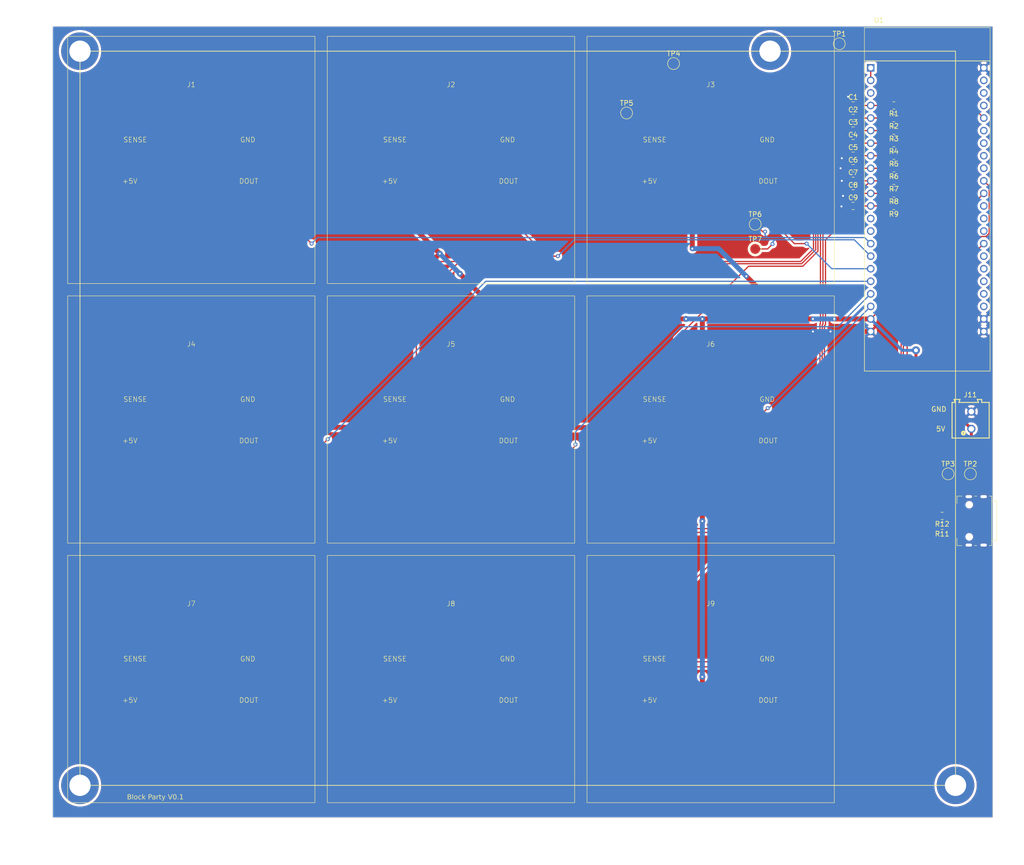
<source format=kicad_pcb>
(kicad_pcb (version 20240108) (generator "pcbnew") (generator_version "8.0")
  (layers (0 "F.Cu" signal) (31 "B.Cu" signal) (34 "B.Paste" user) (35 "F.Paste" user) (36 "B.SilkS" user "B.Silkscreen") (37 "F.SilkS" user "F.Silkscreen") (38 "B.Mask" user) (39 "F.Mask" user) (44 "Edge.Cuts" user))
  (net 0 "")
  (net 1 "GND")
  (net 2 "SENSE1")
  (net 3 "DO1")
  (net 4 "+5V")
  (net 5 "SENSE2")
  (net 6 "DO2")
  (net 7 "SENSE3")
  (net 8 "DO3")
  (net 9 "SENSE4")
  (net 10 "DO4")
  (net 11 "SENSE5")
  (net 12 "DO5")
  (net 13 "SENSE6")
  (net 14 "DO6")
  (net 15 "SENSE7")
  (net 16 "DO7")
  (net 17 "SENSE8")
  (net 18 "DO8")
  (net 19 "SENSE9")
  (net 20 "DO9")
  (net 21 "+3V3")
  (net 28 "Net-(U1-GPIO2)")
  (net 41 "Net-(J10-CC1)")
  (net 42 "Net-(J10-CC2)")
  (footprint "Resistor_SMD:R_0805_2012Metric" (layer "F.Cu") (at 284.0755 67.798 180)
    (property "Reference" "R3")
    (property "Value" "10k")
  )
  (footprint "Resistor_SMD:R_0805_2012Metric" (layer "F.Cu") (at 284.0755 77.958 180)
    (property "Reference" "R7")
    (property "Value" "10k")
  )
  (footprint "Capacitor_SMD:C_0805_2012Metric" (layer "F.Cu") (at 275.844 70.336)
    (property "Reference" "C4")
    (property "Value" "3.3uF")
  )
  (footprint "Quinn_lib:Top Block Connector" (layer "F.Cu") (at 142.046 73.736)
    (property "Reference" "J1")
    (property "Value" "~")
  )
  (footprint "MountingHole:MountingHole_4.3mm_M4_ISO7380_Pad" (layer "F.Cu") (at 119.546 200.236)
    (property "Reference" "REF**" (hide yes))
    (property "Value" "MountingHole_4.3mm_M4_ISO7380_Pad" (hide yes))
  )
  (footprint "ESP32-S3-DEVKITC-1-N8R2:XCVR_ESP32-S3-DEVKITC-1-N8R2" (layer "F.Cu") (at 290.83 85.07)
    (property "Reference" "U1")
    (property "Value" "ESP32-S3-DEVKITC-1-N8R2")
  )
  (footprint "Resistor_SMD:R_0805_2012Metric" (layer "F.Cu") (at 284.0755 65.258 180)
    (property "Reference" "R2")
    (property "Value" "10k")
  )
  (footprint "TestPoint:TestPoint_Pad_D2.0mm" (layer "F.Cu") (at 299.546 137.236)
    (property "Reference" "TP2")
    (property "Value" "TestPoint")
  )
  (footprint "Quinn_lib:Top Block Connector" (layer "F.Cu") (at 247.046 73.736)
    (property "Reference" "J3")
    (property "Value" "~")
  )
  (footprint "Resistor_SMD:R_0805_2012Metric" (layer "F.Cu") (at 284.0755 80.498 180)
    (property "Reference" "R8")
    (property "Value" "10k")
  )
  (footprint "Resistor_SMD:R_0805_2012Metric" (layer "F.Cu") (at 284.0755 70.338 180)
    (property "Reference" "R4")
    (property "Value" "10k")
  )
  (footprint "TestPoint:TestPoint_Pad_D2.0mm" (layer "F.Cu") (at 256.046 91.736)
    (property "Reference" "TP7")
    (property "Value" "TestPoint" (hide yes))
  )
  (footprint "Capacitor_SMD:C_0805_2012Metric" (layer "F.Cu") (at 275.844 83.036)
    (property "Reference" "C9")
    (property "Value" "3.3uF")
  )
  (footprint "Quinn_lib:Top Block Connector" (layer "F.Cu") (at 194.546 178.736)
    (property "Reference" "J8")
    (property "Value" "~")
  )
  (footprint "MountingHole:MountingHole_4.3mm_M4_ISO7380_Pad" (layer "F.Cu") (at 259.046 51.736)
    (property "Reference" "REF**" (hide yes))
    (property "Value" "MountingHole_4.3mm_M4_ISO7380_Pad" (hide yes))
  )
  (footprint "TestPoint:TestPoint_Pad_D2.0mm" (layer "F.Cu") (at 273.046 50.236)
    (property "Reference" "TP1")
    (property "Value" "TestPoint" (hide yes))
  )
  (footprint "TestPoint:TestPoint_Pad_D2.0mm" (layer "F.Cu") (at 295.046 137.236)
    (property "Reference" "TP3")
    (property "Value" "TestPoint")
  )
  (footprint "Resistor_SMD:R_0805_2012Metric" (layer "F.Cu") (at 293.846 145.736 180)
    (property "Reference" "R12")
    (property "Value" "5.1k")
  )
  (footprint "Resistor_SMD:R_0805_2012Metric" (layer "F.Cu") (at 284.0755 72.878 180)
    (property "Reference" "R5")
    (property "Value" "10k")
  )
  (footprint "Quinn_lib:Top Block Connector" (layer "F.Cu") (at 247.046 178.736)
    (property "Reference" "J9")
    (property "Value" "~")
  )
  (footprint "Capacitor_SMD:C_0805_2012Metric" (layer "F.Cu") (at 275.844 62.718)
    (property "Reference" "C1")
    (property "Value" "3.3uF")
  )
  (footprint "TestPoint:TestPoint_Pad_D2.0mm" (layer "F.Cu") (at 256.046 86.736)
    (property "Reference" "TP6")
    (property "Value" "TestPoint" (hide yes))
  )
  (footprint "Resistor_SMD:R_0805_2012Metric" (layer "F.Cu") (at 284.0755 62.718 180)
    (property "Reference" "R1")
    (property "Value" "10k")
  )
  (footprint "Resistor_SMD:R_0805_2012Metric" (layer "F.Cu") (at 293.846 147.736 180)
    (property "Reference" "R11")
    (property "Value" "5.1k")
  )
  (footprint "Capacitor_SMD:C_0805_2012Metric" (layer "F.Cu") (at 275.844 72.876)
    (property "Reference" "C5")
    (property "Value" "3.3uF")
  )
  (footprint "TestPoint:TestPoint_Pad_D2.0mm" (layer "F.Cu") (at 230.046 64.236)
    (property "Reference" "TP5")
    (property "Value" "TestPoint" (hide yes))
  )
  (footprint "Quinn_lib:Top Block Connector" (layer "F.Cu") (at 247.046 126.236)
    (property "Reference" "J6")
    (property "Value" "~")
  )
  (footprint "TestPoint:TestPoint_Pad_D2.0mm" (layer "F.Cu") (at 239.546 54.236)
    (property "Reference" "TP4")
    (property "Value" "TestPoint" (hide yes))
  )
  (footprint "Quinn_lib:Top Block Connector" (layer "F.Cu") (at 142.046 178.736)
    (property "Reference" "J7")
    (property "Value" "~")
  )
  (footprint "Quinn_lib:USB_C-0015IPX6-00" (layer "F.Cu") (at 299.846 146.736 90)
    (property "Reference" "J10" (hide yes))
    (property "Value" "USBC-0015IPX6-00" (hide yes))
  )
  (footprint "Capacitor_SMD:C_0805_2012Metric" (layer "F.Cu") (at 275.844 77.956)
    (property "Reference" "C7")
    (property "Value" "3.3uF")
  )
  (footprint "Quinn_lib:Top Block Connector" (layer "F.Cu") (at 142.046 126.236)
    (property "Reference" "J4")
    (property "Value" "~")
  )
  (footprint "Resistor_SMD:R_0805_2012Metric" (layer "F.Cu") (at 284.0755 75.418 180)
    (property "Reference" "R6")
    (property "Value" "10k")
  )
  (footprint "Capacitor_SMD:C_0805_2012Metric" (layer "F.Cu") (at 275.844 75.416)
    (property "Reference" "C6")
    (property "Value" "3.3uF")
  )
  (footprint "Capacitor_SMD:C_0805_2012Metric" (layer "F.Cu") (at 275.844 67.798)
    (property "Reference" "C3")
    (property "Value" "3.3uF")
  )
  (footprint "Quinn_lib:Top Block Connector" (layer "F.Cu") (at 194.546 73.736)
    (property "Reference" "J2")
    (property "Value" "~")
  )
  (footprint "MountingHole:MountingHole_4.3mm_M4_ISO7380_Pad" (layer "F.Cu") (at 119.546 51.736)
    (property "Reference" "REF**" (hide yes))
    (property "Value" "MountingHole_4.3mm_M4_ISO7380_Pad" (hide yes))
  )
  (footprint "Resistor_SMD:R_0805_2012Metric" (layer "F.Cu") (at 284.0755 83.038 180)
    (property "Reference" "R9")
    (property "Value" "10k")
  )
  (footprint "Capacitor_SMD:C_0805_2012Metric" (layer "F.Cu") (at 275.844 80.496)
    (property "Reference" "C8")
    (property "Value" "3.3uF")
  )
  (footprint "Capacitor_SMD:C_0805_2012Metric" (layer "F.Cu") (at 275.844 65.256)
    (property "Reference" "C2")
    (property "Value" "3.3uF")
  )
  (footprint "MountingHole:MountingHole_4.3mm_M4_ISO7380_Pad" (layer "F.Cu") (at 296.546 200.236)
    (property "Reference" "REF**" (hide yes))
    (property "Value" "MountingHole_4.3mm_M4_ISO7380_Pad" (hide yes))
  )
  (footprint "2p 3:691214110002S" (layer "F.Cu") (at 299.746 126.386 90)
    (property "Reference" "J11")
    (property "Value" "691214110002S")
  )
  (footprint "Quinn_lib:Top Block Connector" (layer "F.Cu") (at 194.546 126.236)
    (property "Reference" "J5")
    (property "Value" "~")
  )
  (gr_rect (start 119.546 51.736) (end 296.546 200.236) (stroke (width 0.15)) (fill none) (layer "F.SilkS"))
  (gr_rect (start 114.046 46.736) (end 304.046 206.736) (stroke (width 0.1)) (fill none) (layer "Edge.Cuts"))
  (gr_text "GND" (at 291.546 124.736 0) (layer "F.SilkS") (effects (font (size 1 1)) (justify left bottom)))
  (gr_text "5V" (at 292.546 128.736 0) (layer "F.SilkS") (effects (font (size 1 1)) (justify left bottom)))
  (gr_text "Block Party V0.1" (at 129.046 203.236 0) (layer "F.SilkS") (effects (font (size 1 1)) (justify left bottom)))
  (segment (start 274.322 80.496) (end 273.812 81.006) (width 1) (layer "F.Cu") (net 1))
  (segment (start 274.894 80.496) (end 274.322 80.496) (width 1) (layer "F.Cu") (net 1))
  (segment (start 271.274002 108.44) (end 271.272 108.437998) (width 1) (layer "F.Cu") (net 1))
  (segment (start 274.894 62.718) (end 274.894 65.256) (width 1) (layer "F.Cu") (net 1))
  (segment (start 273.558 73.386) (end 274.384 73.386) (width 1) (layer "F.Cu") (net 1))
  (segment (start 279.4 108.44) (end 271.274002 108.44) (width 1) (layer "F.Cu") (net 1))
  (segment (start 274.384 73.386) (end 274.894 72.876) (width 1) (layer "F.Cu") (net 1))
  (via (at 273.558 73.386) (size 0.8) (drill 0.4) (layers "F.Cu" "B.Cu") (net 1))
  (via (at 273.488651 83.132625) (size 0.8) (drill 0.4) (layers "F.Cu" "B.Cu") (net 1))
  (via (at 274.828 60.94) (size 0.8) (drill 0.4) (layers "F.Cu" "B.Cu") (net 1))
  (via (at 273.304 75.418) (size 0.8) (drill 0.4) (layers "F.Cu" "B.Cu") (net 1))
  (via (at 273.812 81.006) (size 0.8) (drill 0.4) (layers "F.Cu" "B.Cu") (net 1))
  (via (at 273.558 77.958) (size 0.8) (drill 0.4) (layers "F.Cu" "B.Cu") (net 1))
  (via (at 267.716 108.438) (size 1.2) (drill 0.4) (layers "F.Cu" "B.Cu") (net 1))
  (via (at 271.272 108.437998) (size 1.2) (drill 0.4) (layers "F.Cu" "B.Cu") (net 1))
  (segment (start 267.716002 108.437998) (end 267.716 108.438) (width 1) (layer "B.Cu") (net 1))
  (segment (start 271.272 108.437998) (end 267.716002 108.437998) (width 1) (layer "B.Cu") (net 1))
  (segment (start 283.161 62.72) (end 283.163 62.718) (width 0.25) (layer "F.Cu") (net 2))
  (segment (start 276.86 60.18) (end 273.416 56.736) (width 0.25) (layer "F.Cu") (net 2))
  (segment (start 279.4 62.72) (end 283.161 62.72) (width 0.25) (layer "F.Cu") (net 2))
  (segment (start 273.416 56.736) (end 247.046 56.736) (width 0.25) (layer "F.Cu") (net 2))
  (segment (start 247.046 56.736) (end 145.063 56.736) (width 0.25) (layer "F.Cu") (net 2))
  (segment (start 145.063 56.736) (end 135.063 66.736) (width 0.25) (layer "F.Cu") (net 2))
  (segment (start 242.046 56.736) (end 247.046 56.736) (width 0.25) (layer "F.Cu") (net 2))
  (segment (start 277.114 62.72) (end 276.86 62.466) (width 0.25) (layer "F.Cu") (net 2))
  (segment (start 135.063 66.736) (end 135.046 66.736) (width 0.25) (layer "F.Cu") (net 2))
  (segment (start 279.4 62.72) (end 277.114 62.72) (width 0.25) (layer "F.Cu") (net 2))
  (segment (start 239.546 54.236) (end 242.046 56.736) (width 0.25) (layer "F.Cu") (net 2))
  (segment (start 276.86 62.466) (end 276.86 60.18) (width 0.25) (layer "F.Cu") (net 2))
  (segment (start 153.716 85.406) (end 149.046 80.736) (width 0.25) (layer "F.Cu") (net 3))
  (segment (start 166.37 90.658) (end 161.118 85.406) (width 0.25) (layer "F.Cu") (net 3))
  (segment (start 161.118 85.406) (end 153.716 85.406) (width 0.25) (layer "F.Cu") (net 3))
  (segment (start 256.046 86.736) (end 257.546 88.236) (width 0.25) (layer "F.Cu") (net 3))
  (segment (start 257.546 88.236) (end 258.046 88.236) (width 0.25) (layer "F.Cu") (net 3))
  (via (at 258.046 88.236) (size 0.8) (drill 0.4) (layers "F.Cu" "B.Cu") (net 3))
  (via (at 166.37 90.658) (size 0.8) (drill 0.4) (layers "F.Cu" "B.Cu") (net 3))
  (segment (start 167.595 89.433) (end 166.37 90.658) (width 0.25) (layer "B.Cu") (net 3))
  (segment (start 279.4 90.66) (end 278.173 89.433) (width 0.25) (layer "B.Cu") (net 3))
  (segment (start 258.046 88.933) (end 258.546 89.433) (width 0.25) (layer "B.Cu") (net 3))
  (segment (start 258.546 89.433) (end 167.595 89.433) (width 0.25) (layer "B.Cu") (net 3))
  (segment (start 258.046 88.236) (end 258.046 88.933) (width 0.25) (layer "B.Cu") (net 3))
  (segment (start 278.173 89.433) (end 258.546 89.433) (width 0.25) (layer "B.Cu") (net 3))
  (segment (start 245.364 127.918) (end 245.364 105.898) (width 1) (layer "F.Cu") (net 4))
  (segment (start 192.607347 127.817347) (end 140.464653 127.817347) (width 1) (layer "F.Cu") (net 4))
  (segment (start 245.364015 178.288015) (end 245.364015 180.417985) (width 1) (layer "F.Cu") (net 4))
  (segment (start 191.516 93.452) (end 138.422 93.452) (width 1) (layer "F.Cu") (net 4))
  (segment (start 138.578 198.608) (end 135.046 195.076) (width 1) (layer "F.Cu") (net 4))
  (segment (start 245.364015 180.417985) (end 245.159 180.623) (width 1) (layer "F.Cu") (net 4))
  (segment (start 298.746 137.236) (end 299.546 137.236) (width 0.6) (layer "F.Cu") (net 4))
  (segment (start 267.716 105.898) (end 262.89 105.898) (width 1) (layer "F.Cu") (net 4))
  (segment (start 299.046 145.936) (end 298.337 145.227) (width 0.4) (layer "F.Cu") (net 4))
  (segment (start 288.546 116.936) (end 288.546 112.236) (width 0.6) (layer "F.Cu") (net 4))
  (segment (start 235.376 190.406) (end 245.158999 180.623001) (width 1) (layer "F.Cu") (net 4))
  (segment (start 284.988 77.958) (end 284.988 75.418) (width 0.25) (layer "F.Cu") (net 4))
  (segment (start 245.158999 180.623001) (end 227.428 198.354) (width 1) (layer "F.Cu") (net 4))
  (segment (start 299.546 137.236) (end 299.546 136.736) (width 0.25) (layer "F.Cu") (net 4))
  (segment (start 243.332 91.674) (end 243.332 84.022) (width 1) (layer "F.Cu") (net 4))
  (segment (start 297.468 145.227) (end 296.882 145.227) (width 0.6) (layer "F.Cu") (net 4))
  (segment (start 297.468 145.227) (end 297.893 145.227) (width 0.25) (layer "F.Cu") (net 4))
  (segment (start 243.332 84.022) (end 240.046 80.736) (width 1) (layer "F.Cu") (net 4))
  (segment (start 279.4 105.9) (end 272.036 105.9) (width 1) (layer "F.Cu") (net 4))
  (segment (start 227.428 198.354) (end 190.824 198.354) (width 1) (layer "F.Cu") (net 4))
  (segment (start 187.546 185.736) (end 174.674 198.608) (width 1) (layer "F.Cu") (net 4))
  (segment (start 135.046 195.076) (end 135.046 185.736) (width 1) (layer "F.Cu") (net 4))
  (segment (start 296.882 145.227) (end 294.846 143.191) (width 0.6) (layer "F.Cu") (net 4))
  (segment (start 245.364 127.918) (end 245.364 146.792) (width 1) (layer "F.Cu") (net 4))
  (segment (start 205.486 105.898) (end 196.342 96.754) (width 1) (layer "F.Cu") (net 4))
  (segment (start 262.89 105.898) (end 254.254 97.262) (width 1) (layer "F.Cu") (net 4))
  (segment (start 294.846 141.136) (end 298.746 137.236) (width 0.6) (layer "F.Cu") (net 4))
  (segment (start 262.89 105.898) (end 245.364 105.898) (width 1) (layer "F.Cu") (net 4))
  (segment (start 284.988 67.798) (end 284.988 70.338) (width 0.25) (layer "F.Cu") (net 4))
  (segment (start 245.152 127.862) (end 192.92 127.862) (width 1) (layer "F.Cu") (net 4))
  (segment (start 174.674 198.608) (end 138.578 198.608) (width 1) (layer "F.Cu") (net 4))
  (segment (start 284.988 65.258) (end 284.988 67.798) (width 0.25) (layer "F.Cu") (net 4))
  (segment (start 284.988 72.878) (end 284.988 70.338) (width 0.25) (layer "F.Cu") (net 4))
  (segment (start 135.046 90.076) (end 135.046 80.736) (width 1) (layer "F.Cu") (net 4))
  (segment (start 299.546 136.736) (end 299.746 136.536) (width 0.25) (layer "F.Cu") (net 4))
  (segment (start 284.988 62.718) (end 284.988 65.258) (width 0.25) (layer "F.Cu") (net 4))
  (segment (start 190.824 198.354) (end 187.546 195.076) (width 1) (layer "F.Cu") (net 4))
  (segment (start 245.325 127.957) (end 245.364 127.918) (width 0.25) (layer "F.Cu") (net 4))
  (segment (start 192.786 127.996) (end 187.546 133.236) (width 1) (layer "F.Cu") (net 4))
  (segment (start 284.988 80.498) (end 284.988 77.958) (width 0.25) (layer "F.Cu") (net 4))
  (segment (start 297.468 148.227) (end 298.355 148.227) (width 0.4) (layer "F.Cu") (net 4))
  (segment (start 298.355 148.227) (end 299.046 147.536) (width 0.4) (layer "F.Cu") (net 4))
  (segment (start 192.278 92.69) (end 191.516 93.452) (width 1) (layer "F.Cu") (net 4))
  (segment (start 299.046 147.536) (end 299.046 145.936) (width 0.4) (layer "F.Cu") (net 4))
  (segment (start 245.159 180.623) (end 245.158999 180.623001) (width 0.25) (layer "F.Cu") (net 4))
  (segment (start 245.325 127.957) (end 245.286 127.996) (width 0.25) (layer "F.Cu") (net 4))
  (segment (start 284.988 83.038) (end 284.988 80.498) (width 0.25) (layer "F.Cu") (net 4))
  (segment (start 245.286 127.996) (end 245.152 127.862) (width 1) (layer "F.Cu") (net 4))
  (segment (start 240.046 133.236) (end 245.325 127.957) (width 1) (layer "F.Cu") (net 4))
  (segment (start 242.062 105.898) (end 205.486 105.898) (width 1) (layer "F.Cu") (net 4))
  (segment (start 284.988 100.312) (end 279.4 105.9) (width 0.25) (layer "F.Cu") (net 4))
  (segment (start 192.92 127.862) (end 192.786 127.996) (width 1) (layer "F.Cu") (net 4))
  (segment (start 297.893 148.227) (end 297.468 148.227) (width 0.25) (layer "F.Cu") (net 4))
  (segment (start 187.546 195.076) (end 187.546 185.736) (width 1) (layer "F.Cu") (net 4))
  (segment (start 272.036 105.9) (end 272.034 105.898) (width 0.25) (layer "F.Cu") (net 4))
  (segment (start 192.278 92.69) (end 187.546 87.958) (width 1) (layer "F.Cu") (net 4))
  (segment (start 284.988 75.418) (end 284.988 72.878) (width 0.25) (layer "F.Cu") (net 4))
  (segment (start 284.988 83.038) (end 284.988 100.312) (width 0.25) (layer "F.Cu") (net 4))
  (segment (start 299.746 136.536) (end 299.746 128.136) (width 0.6) (layer "F.Cu") (net 4))
  (segment (start 192.786 127.996) (end 192.607347 127.817347) (width 1) (layer "F.Cu") (net 4))
  (segment (start 294.846 143.191) (end 294.846 141.136) (width 0.6) (layer "F.Cu") (net 4))
  (segment (start 299.746 128.136) (end 288.546 116.936) (width 0.6) (layer "F.Cu") (net 4))
  (segment (start 187.546 87.958) (end 187.546 80.736) (width 1) (layer "F.Cu") (net 4))
  (segment (start 140.464653 127.817347) (end 135.046 133.236) (width 1) (layer "F.Cu") (net 4))
  (segment (start 298.337 145.227) (end 297.468 145.227) (width 0.4) (layer "F.Cu") (net 4))
  (segment (start 138.422 93.452) (end 135.046 90.076) (width 1) (layer "F.Cu") (net 4))
  (via (at 267.716 105.898) (size 0.8) (drill 0.4) (layers "F.Cu" "B.Cu") (net 4))
  (via (at 245.364 146.792) (size 1.2) (drill 0.4) (layers "F.Cu" "B.Cu") (net 4))
  (via (at 242.062 105.898) (size 1.2) (drill 0.4) (layers "F.Cu" "B.Cu") (net 4))
  (via (at 245.364015 178.288015) (size 1.2) (drill 0.4) (layers "F.Cu" "B.Cu") (net 4))
  (via (at 272.034 105.898) (size 0.8) (drill 0.4) (layers "F.Cu" "B.Cu") (net 4))
  (via (at 243.332 91.674) (size 0.8) (drill 0.4) (layers "F.Cu" "B.Cu") (net 4))
  (via (at 254.254 97.262) (size 0.8) (drill 0.4) (layers "F.Cu" "B.Cu") (net 4))
  (via (at 288.546 112.236) (size 1.6) (drill 0.8) (layers "F.Cu" "B.Cu") (net 4))
  (via (at 192.278 92.69) (size 1.2) (drill 0.4) (layers "F.Cu" "B.Cu") (net 4))
  (via (at 196.342 96.754) (size 1.2) (drill 0.4) (layers "F.Cu" "B.Cu") (net 4))
  (via (at 245.364 105.898) (size 1.2) (drill 0.4) (layers "F.Cu" "B.Cu") (net 4))
  (segment (start 288.546 112.236) (end 285.736 112.236) (width 0.6) (layer "B.Cu") (net 4))
  (segment (start 285.736 112.236) (end 279.4 105.9) (width 0.6) (layer "B.Cu") (net 4))
  (segment (start 196.342 96.754) (end 192.278 92.69) (width 1) (layer "B.Cu") (net 4))
  (segment (start 245.364 146.792) (end 245.364 178.288) (width 1) (layer "B.Cu") (net 4))
  (segment (start 245.364 105.898) (end 242.062 105.898) (width 1) (layer "B.Cu") (net 4))
  (segment (start 248.666 91.674) (end 243.332 91.674) (width 1) (layer "B.Cu") (net 4))
  (segment (start 245.364 178.288) (end 245.364015 178.288015) (width 0.25) (layer "B.Cu") (net 4))
  (segment (start 254.254 97.262) (end 248.666 91.674) (width 1) (layer "B.Cu") (net 4))
  (segment (start 272.034 105.898) (end 267.716 105.898) (width 1) (layer "B.Cu") (net 4))
  (segment (start 243.122 57.736) (end 242.122 58.736) (width 0.25) (layer "F.Cu") (net 5))
  (segment (start 187.546 60.736) (end 187.546 66.736) (width 0.25) (layer "F.Cu") (net 5))
  (segment (start 279.4 65.26) (end 277.116 65.26) (width 0.25) (layer "F.Cu") (net 5))
  (segment (start 242.046 58.736) (end 236.546 64.236) (width 0.25) (layer "F.Cu") (net 5))
  (segment (start 242.122 58.736) (end 189.546 58.736) (width 0.25) (layer "F.Cu") (net 5))
  (segment (start 273.402 57.736) (end 243.122 57.736) (width 0.25) (layer "F.Cu") (net 5))
  (segment (start 275.781753 63.925753) (end 275.781753 60.115753) (width 0.25) (layer "F.Cu") (net 5))
  (segment (start 189.546 58.736) (end 187.546 60.736) (width 0.25) (layer "F.Cu") (net 5))
  (segment (start 275.781753 60.115753) (end 273.402 57.736) (width 0.25) (layer "F.Cu") (net 5))
  (segment (start 242.122 58.736) (end 242.046 58.736) (width 0.25) (layer "F.Cu") (net 5))
  (segment (start 283.161 65.26) (end 283.163 65.258) (width 0.25) (layer "F.Cu") (net 5))
  (segment (start 279.4 65.26) (end 283.161 65.26) (width 0.25) (layer "F.Cu") (net 5))
  (segment (start 277.116 65.26) (end 275.781753 63.925753) (width 0.25) (layer "F.Cu") (net 5))
  (segment (start 230.046 64.236) (end 236.546 64.236) (width 0.25) (layer "F.Cu") (net 5))
  (segment (start 214.008 93.198) (end 201.546 80.736) (width 0.25) (layer "F.Cu") (net 6))
  (segment (start 258.546 91.736) (end 259.546 90.736) (width 0.25) (layer "F.Cu") (net 6))
  (segment (start 216.154 93.198) (end 214.008 93.198) (width 0.25) (layer "F.Cu") (net 6))
  (segment (start 256.046 91.736) (end 258.546 91.736) (width 0.25) (layer "F.Cu") (net 6))
  (via (at 216.154 93.198) (size 0.8) (drill 0.4) (layers "F.Cu" "B.Cu") (net 6))
  (via (at 259.546 90.736) (size 0.8) (drill 0.4) (layers "F.Cu" "B.Cu") (net 6))
  (segment (start 259.546 90.383) (end 260.046 89.883) (width 0.25) (layer "B.Cu") (net 6))
  (segment (start 219.469 89.883) (end 216.154 93.198) (width 0.25) (layer "B.Cu") (net 6))
  (segment (start 260.046 89.883) (end 219.469 89.883) (width 0.25) (layer "B.Cu") (net 6))
  (segment (start 276.083 89.883) (end 260.046 89.883) (width 0.25) (layer "B.Cu") (net 6))
  (segment (start 259.546 90.736) (end 259.546 90.383) (width 0.25) (layer "B.Cu") (net 6))
  (segment (start 279.4 93.2) (end 276.083 89.883) (width 0.25) (layer "B.Cu") (net 6))
  (segment (start 240.046 66.736) (end 240.063 66.736) (width 0.25) (layer "F.Cu") (net 7))
  (segment (start 240.063 66.736) (end 248.063 58.736) (width 0.25) (layer "F.Cu") (net 7))
  (segment (start 283.161 67.8) (end 283.163 67.798) (width 0.25) (layer "F.Cu") (net 7))
  (segment (start 273.386 58.736) (end 273.558 58.908) (width 0.25) (layer "F.Cu") (net 7))
  (segment (start 279.4 67.8) (end 283.161 67.8) (width 0.25) (layer "F.Cu") (net 7))
  (segment (start 276.861 67.8) (end 279.4 67.8) (width 0.25) (layer "F.Cu") (net 7))
  (segment (start 273.558 65.766) (end 274.326945 66.534945) (width 0.25) (layer "F.Cu") (net 7))
  (segment (start 275.595945 66.534945) (end 276.861 67.8) (width 0.25) (layer "F.Cu") (net 7))
  (segment (start 274.326945 66.534945) (end 275.595945 66.534945) (width 0.25) (layer "F.Cu") (net 7))
  (segment (start 273.558 58.908) (end 273.558 65.766) (width 0.25) (layer "F.Cu") (net 7))
  (segment (start 248.063 58.736) (end 273.386 58.736) (width 0.25) (layer "F.Cu") (net 7))
  (segment (start 263.968 90.658) (end 254.046 80.736) (width 0.25) (layer "F.Cu") (net 8))
  (segment (start 266.446 90.658) (end 263.968 90.658) (width 0.25) (layer "F.Cu") (net 8))
  (via (at 266.446 90.658) (size 0.8) (drill 0.4) (layers "F.Cu" "B.Cu") (net 8))
  (segment (start 271.528 95.74) (end 266.446 90.658) (width 0.25) (layer "B.Cu") (net 8))
  (segment (start 279.4 95.74) (end 271.528 95.74) (width 0.25) (layer "B.Cu") (net 8))
  (segment (start 135.046 109.896) (end 135.046 119.236) (width 0.25) (layer "F.Cu") (net 9))
  (segment (start 283.161 70.34) (end 283.163 70.338) (width 0.25) (layer "F.Cu") (net 9))
  (segment (start 274.13 71.608) (end 267.832 77.906) (width 0.25) (layer "F.Cu") (net 9))
  (segment (start 265.238604 94.277) (end 150.665 94.277) (width 0.25) (layer "F.Cu") (net 9))
  (segment (start 277.112 70.336) (end 275.84 71.608) (width 0.25) (layer "F.Cu") (net 9))
  (segment (start 279.4 70.34) (end 277.116 70.34) (width 0.25) (layer "F.Cu") (net 9))
  (segment (start 279.4 70.34) (end 283.161 70.34) (width 0.25) (layer "F.Cu") (net 9))
  (segment (start 267.832 77.906) (end 267.832 91.683604) (width 0.25) (layer "F.Cu") (net 9))
  (segment (start 267.832 91.683604) (end 265.238604 94.277) (width 0.25) (layer "F.Cu") (net 9))
  (segment (start 277.116 70.34) (end 277.112 70.336) (width 0.25) (layer "F.Cu") (net 9))
  (segment (start 150.665 94.277) (end 135.046 109.896) (width 0.25) (layer "F.Cu") (net 9))
  (segment (start 275.84 71.608) (end 274.13 71.608) (width 0.25) (layer "F.Cu") (net 9))
  (segment (start 149.046 133.236) (end 149.546 133.736) (width 0.25) (layer "F.Cu") (net 10))
  (segment (start 149.546 133.736) (end 166.128692 133.736) (width 0.25) (layer "F.Cu") (net 10))
  (segment (start 166.128692 133.736) (end 169.627346 130.237346) (width 0.25) (layer "F.Cu") (net 10))
  (via (at 169.627346 130.237346) (size 0.8) (drill 0.4) (layers "F.Cu" "B.Cu") (net 10))
  (segment (start 279.4 98.28) (end 201.584692 98.28) (width 0.25) (layer "B.Cu") (net 10))
  (segment (start 201.584692 98.28) (end 169.627346 130.237346) (width 0.25) (layer "B.Cu") (net 10))
  (segment (start 195.7985 94.727) (end 187.546 102.9795) (width 0.25) (layer "F.Cu") (net 11))
  (segment (start 187.546 102.9795) (end 187.546 119.236) (width 0.25) (layer "F.Cu") (net 11))
  (segment (start 275.84 74.148) (end 273.175604 74.148) (width 0.25) (layer "F.Cu") (net 11))
  (segment (start 268.282 79.041604) (end 268.282 91.87) (width 0.25) (layer "F.Cu") (net 11))
  (segment (start 273.175604 74.148) (end 268.282 79.041604) (width 0.25) (layer "F.Cu") (net 11))
  (segment (start 279.4 72.88) (end 277.116 72.88) (width 0.25) (layer "F.Cu") (net 11))
  (segment (start 277.116 72.88) (end 277.112 72.876) (width 0.25) (layer "F.Cu") (net 11))
  (segment (start 277.112 72.876) (end 275.84 74.148) (width 0.25) (layer "F.Cu") (net 11))
  (segment (start 265.425 94.727) (end 195.7985 94.727) (width 0.25) (layer "F.Cu") (net 11))
  (segment (start 279.4 72.88) (end 283.161 72.88) (width 0.25) (layer "F.Cu") (net 11))
  (segment (start 268.282 91.87) (end 265.425 94.727) (width 0.25) (layer "F.Cu") (net 11))
  (segment (start 283.161 72.88) (end 283.163 72.878) (width 0.25) (layer "F.Cu") (net 11))
  (segment (start 219.71 131.552) (end 219.71 131.298) (width 0.25) (layer "F.Cu") (net 12))
  (segment (start 201.546 133.236) (end 218.026 133.236) (width 0.25) (layer "F.Cu") (net 12))
  (segment (start 218.026 133.236) (end 219.71 131.552) (width 0.25) (layer "F.Cu") (net 12))
  (via (at 219.71 131.298) (size 0.8) (drill 0.4) (layers "F.Cu" "B.Cu") (net 12))
  (segment (start 272.755 107.465) (end 241.003 107.465) (width 0.25) (layer "B.Cu") (net 12))
  (segment (start 279.4 100.82) (end 272.755 107.465) (width 0.25) (layer "B.Cu") (net 12))
  (segment (start 241.003 107.465) (end 219.71 128.758) (width 0.25) (layer "B.Cu") (net 12))
  (segment (start 219.71 128.758) (end 219.71 131.298) (width 0.25) (layer "B.Cu") (net 12))
  (segment (start 254.712 95.23) (end 240.046 109.896) (width 0.25) (layer "F.Cu") (net 13))
  (segment (start 279.4 75.42) (end 283.161 75.42) (width 0.25) (layer "F.Cu") (net 13))
  (segment (start 271.272 76.688) (end 268.732 79.228) (width 0.25) (layer "F.Cu") (net 13))
  (segment (start 265.684 95.23) (end 254.712 95.23) (width 0.25) (layer "F.Cu") (net 13))
  (segment (start 268.732 79.228) (end 268.732 92.182) (width 0.25) (layer "F.Cu") (net 13))
  (segment (start 283.161 75.42) (end 283.163 75.418) (width 0.25) (layer "F.Cu") (net 13))
  (segment (start 275.84 76.688) (end 271.272 76.688) (width 0.25) (layer "F.Cu") (net 13))
  (segment (start 268.732 92.182) (end 265.684 95.23) (width 0.25) (layer "F.Cu") (net 13))
  (segment (start 240.046 109.896) (end 240.046 119.236) (width 0.25) (layer "F.Cu") (net 13))
  (segment (start 277.116 75.42) (end 277.112 75.416) (width 0.25) (layer "F.Cu") (net 13))
  (segment (start 279.4 75.42) (end 277.116 75.42) (width 0.25) (layer "F.Cu") (net 13))
  (segment (start 277.112 75.416) (end 275.84 76.688) (width 0.25) (layer "F.Cu") (net 13))
  (segment (start 258.572 123.932) (end 254.046 128.458) (width 0.25) (layer "F.Cu") (net 14))
  (segment (start 254.046 128.458) (end 254.046 133.236) (width 0.25) (layer "F.Cu") (net 14))
  (via (at 258.572 123.932) (size 0.8) (drill 0.4) (layers "F.Cu" "B.Cu") (net 14))
  (segment (start 279.4 103.36) (end 258.828 123.932) (width 0.25) (layer "B.Cu") (net 14))
  (segment (start 258.828 123.932) (end 258.572 123.932) (width 0.25) (layer "B.Cu") (net 14))
  (segment (start 274.493984 79.228) (end 269.24 84.481984) (width 0.25) (layer "F.Cu") (net 15))
  (segment (start 278.132 79.228) (end 274.493984 79.228) (width 0.25) (layer "F.Cu") (net 15))
  (segment (start 279.4 77.96) (end 283.161 77.96) (width 0.25) (layer "F.Cu") (net 15))
  (segment (start 279.4 77.96) (end 278.132 79.228) (width 0.25) (layer "F.Cu") (net 15))
  (segment (start 269.24 84.481984) (end 269.24 106.802349) (width 0.25) (layer "F.Cu") (net 15))
  (segment (start 135.046 171.736) (end 135.046 162.396) (width 0.25) (layer "F.Cu") (net 15))
  (segment (start 135.046 162.396) (end 149.126 148.316) (width 0.25) (layer "F.Cu") (net 15))
  (segment (start 264.668 148.316) (end 149.126 148.316) (width 0.25) (layer "F.Cu") (net 15))
  (segment (start 269.143 143.841) (end 264.668 148.316) (width 0.25) (layer "F.Cu") (net 15))
  (segment (start 276.794 77.956) (end 279.396 77.956) (width 0.25) (layer "F.Cu") (net 15))
  (segment (start 283.161 77.96) (end 283.163 77.958) (width 0.25) (layer "F.Cu") (net 15))
  (segment (start 269.143 106.899349) (end 269.143 143.841) (width 0.25) (layer "F.Cu") (net 15))
  (segment (start 279.396 77.956) (end 279.4 77.96) (width 0.25) (layer "F.Cu") (net 15))
  (segment (start 269.24 106.802349) (end 269.143 106.899349) (width 0.25) (layer "F.Cu") (net 15))
  (segment (start 158.386 185.736) (end 149.046 185.736) (width 0.25) (layer "F.Cu") (net 16))
  (segment (start 264.414 175.24) (end 168.882 175.24) (width 0.25) (layer "F.Cu") (net 16))
  (segment (start 285.554 97.206) (end 285.554 154.1) (width 0.25) (layer "F.Cu") (net 16))
  (segment (start 285.554 154.1) (end 264.414 175.24) (width 0.25) (layer "F.Cu") (net 16))
  (segment (start 168.882 175.24) (end 158.386 185.736) (width 0.25) (layer "F.Cu") (net 16))
  (segment (start 302.26 80.5) (end 285.554 97.206) (width 0.25) (layer "F.Cu") (net 16))
  (segment (start 269.593 107.085745) (end 269.593 144.153) (width 0.25) (layer "F.Cu") (net 17))
  (segment (start 264.668 149.078) (end 200.864 149.078) (width 0.25) (layer "F.Cu") (net 17))
  (segment (start 187.546 162.396) (end 187.546 171.736) (width 0.25) (layer "F.Cu") (net 17))
  (segment (start 269.748 106.930745) (end 269.593 107.085745) (width 0.25) (layer "F.Cu") (net 17))
  (segment (start 279.4 80.5) (end 277.116 80.5) (width 0.25) (layer "F.Cu") (net 17))
  (segment (start 269.593 144.153) (end 264.668 149.078) (width 0.25) (layer "F.Cu") (net 17))
  (segment (start 277.116 80.5) (end 277.112 80.496) (width 0.25) (layer "F.Cu") (net 17))
  (segment (start 279.4 80.5) (end 283.161 80.5) (width 0.25) (layer "F.Cu") (net 17))
  (segment (start 283.161 80.5) (end 283.163 80.498) (width 0.25) (layer "F.Cu") (net 17))
  (segment (start 200.864 149.078) (end 187.546 162.396) (width 0.25) (layer "F.Cu") (net 17))
  (segment (start 275.84 81.768) (end 273.304 81.768) (width 0.25) (layer "F.Cu") (net 17))
  (segment (start 273.304 81.768) (end 269.748 85.324) (width 0.25) (layer "F.Cu") (net 17))
  (segment (start 277.112 80.496) (end 275.84 81.768) (width 0.25) (layer "F.Cu") (net 17))
  (segment (start 269.748 85.324) (end 269.748 106.930745) (width 0.25) (layer "F.Cu") (net 17))
  (segment (start 303.35 79.05) (end 303.35 88.571493) (width 0.25) (layer "F.Cu") (net 18))
  (segment (start 302.711493 89.21) (end 301.676 89.21) (width 0.25) (layer "F.Cu") (net 18))
  (segment (start 223.774 176.002) (end 214.04 185.736) (width 0.25) (layer "F.Cu") (net 18))
  (segment (start 264.668 176.256) (end 224.028 176.256) (width 0.25) (layer "F.Cu") (net 18))
  (segment (start 286.004 104.882) (end 286.004 154.92) (width 0.25) (layer "F.Cu") (net 18))
  (segment (start 224.028 176.256) (end 223.774 176.002) (width 0.25) (layer "F.Cu") (net 18))
  (segment (start 214.04 185.736) (end 201.546 185.736) (width 0.25) (layer "F.Cu") (net 18))
  (segment (start 286.004 154.92) (end 264.668 176.256) (width 0.25) (layer "F.Cu") (net 18))
  (segment (start 302.26 77.96) (end 303.35 79.05) (width 0.25) (layer "F.Cu") (net 18))
  (segment (start 303.35 88.571493) (end 302.711493 89.21) (width 0.25) (layer "F.Cu") (net 18))
  (segment (start 301.676 89.21) (end 286.004 104.882) (width 0.25) (layer "F.Cu") (net 18))
  (segment (start 277.116 83.04) (end 277.112 83.036) (width 0.25) (layer "F.Cu") (net 19))
  (segment (start 264.796396 149.586) (end 252.856 149.586) (width 0.25) (layer "F.Cu") (net 19))
  (segment (start 279.4 83.04) (end 283.161 83.04) (width 0.25) (layer "F.Cu") (net 19))
  (segment (start 252.856 149.586) (end 240.046 162.396) (width 0.25) (layer "F.Cu") (net 19))
  (segment (start 270.256 107.059141) (end 270.043 107.272141) (width 0.25) (layer "F.Cu") (net 19))
  (segment (start 283.161 83.04) (end 283.163 83.038) (width 0.25) (layer "F.Cu") (net 19))
  (segment (start 270.043 144.339396) (end 264.796396 149.586) (width 0.25) (layer "F.Cu") (net 19))
  (segment (start 279.4 83.04) (end 277.116 83.04) (width 0.25) (layer "F.Cu") (net 19))
  (segment (start 270.043 107.272141) (end 270.043 144.339396) (width 0.25) (layer "F.Cu") (net 19))
  (segment (start 277.112 83.036) (end 270.256 89.892) (width 0.25) (layer "F.Cu") (net 19))
  (segment (start 240.046 162.396) (end 240.046 171.736) (width 0.25) (layer "F.Cu") (net 19))
  (segment (start 270.256 89.892) (end 270.256 107.059141) (width 0.25) (layer "F.Cu") (net 19))
  (segment (start 302.26 90.66) (end 286.766 106.154) (width 0.25) (layer "F.Cu") (net 20))
  (segment (start 256.546 185.736) (end 254.046 185.736) (width 0.25) (layer "F.Cu") (net 20))
  (segment (start 286.766 106.154) (end 286.766 155.516) (width 0.25) (layer "F.Cu") (net 20))
  (segment (start 286.766 155.516) (end 256.546 185.736) (width 0.25) (layer "F.Cu") (net 20))
  (segment (start 279.4 55.1) (end 279.4 57.64) (width 0.25) (layer "F.Cu") (net 21))
  (segment (start 273.046 50.236) (end 287.236 50.236) (width 0.25) (layer "F.Cu") (net 28))
  (segment (start 287.236 50.236) (end 302.26 65.26) (width 0.25) (layer "F.Cu") (net 28))
  (segment (start 297.468 147.227) (end 295.2675 147.227) (width 0.25) (layer "F.Cu") (net 41))
  (segment (start 295.2675 147.227) (end 294.7585 147.736) (width 0.25) (layer "F.Cu") (net 41))
  (segment (start 297.468 146.227) (end 295.2495 146.227) (width 0.25) (layer "F.Cu") (net 42))
  (segment (start 295.2495 146.227) (end 294.7585 145.736) (width 0.25) (layer "F.Cu") (net 42))
  (zone (net 1) (net_name "GND") (layers "F&B.Cu") (name "GND_FILL") (connect_pads (clearance 0.5)) (min_thickness 0.25) (fill yes (thermal_gap 0.5) (thermal_bridge_width 0.5))
    (polygon (pts (xy 109.22 41.382) (xy 310.388 41.382) (xy 310.388 208.006) (xy 302.006 216.388) (xy 103.378 216.388) (xy 103.378 47.224)))
  )
)
</source>
